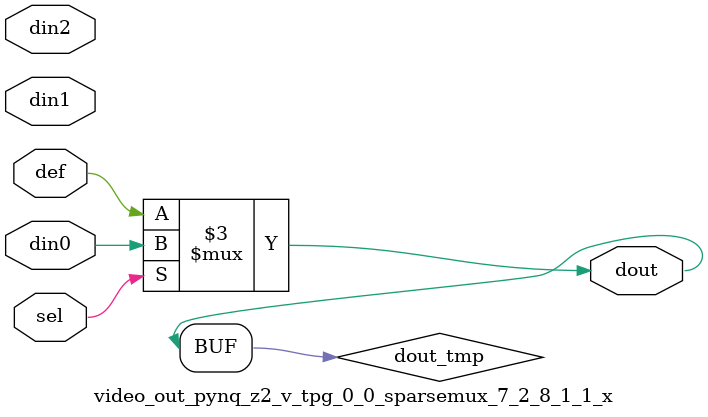
<source format=v>
`timescale 1ns / 1ps

module video_out_pynq_z2_v_tpg_0_0_sparsemux_7_2_8_1_1_x (din0,din1,din2,def,sel,dout);

parameter din0_WIDTH = 1;

parameter din1_WIDTH = 1;

parameter din2_WIDTH = 1;

parameter def_WIDTH = 1;
parameter sel_WIDTH = 1;
parameter dout_WIDTH = 1;

parameter [sel_WIDTH-1:0] CASE0 = 1;

parameter [sel_WIDTH-1:0] CASE1 = 1;

parameter [sel_WIDTH-1:0] CASE2 = 1;

parameter ID = 1;
parameter NUM_STAGE = 1;



input [din0_WIDTH-1:0] din0;

input [din1_WIDTH-1:0] din1;

input [din2_WIDTH-1:0] din2;

input [def_WIDTH-1:0] def;
input [sel_WIDTH-1:0] sel;

output [dout_WIDTH-1:0] dout;



reg [dout_WIDTH-1:0] dout_tmp;


always @ (*) begin
(* parallel_case *) case (sel)
    
    CASE0 : dout_tmp = din0;
    
    CASE1 : dout_tmp = din1;
    
    CASE2 : dout_tmp = din2;
    
    default : dout_tmp = def;
endcase
end


assign dout = dout_tmp;



endmodule

</source>
